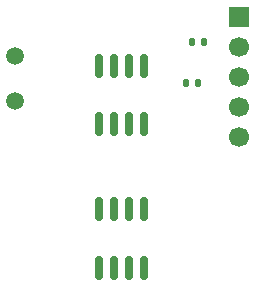
<source format=gbr>
G04 #@! TF.GenerationSoftware,KiCad,Pcbnew,9.0.1*
G04 #@! TF.CreationDate,2026-02-12T23:06:57+05:30*
G04 #@! TF.ProjectId,project1,70726f6a-6563-4743-912e-6b696361645f,rev?*
G04 #@! TF.SameCoordinates,Original*
G04 #@! TF.FileFunction,Soldermask,Top*
G04 #@! TF.FilePolarity,Negative*
%FSLAX46Y46*%
G04 Gerber Fmt 4.6, Leading zero omitted, Abs format (unit mm)*
G04 Created by KiCad (PCBNEW 9.0.1) date 2026-02-12 23:06:57*
%MOMM*%
%LPD*%
G01*
G04 APERTURE LIST*
G04 Aperture macros list*
%AMRoundRect*
0 Rectangle with rounded corners*
0 $1 Rounding radius*
0 $2 $3 $4 $5 $6 $7 $8 $9 X,Y pos of 4 corners*
0 Add a 4 corners polygon primitive as box body*
4,1,4,$2,$3,$4,$5,$6,$7,$8,$9,$2,$3,0*
0 Add four circle primitives for the rounded corners*
1,1,$1+$1,$2,$3*
1,1,$1+$1,$4,$5*
1,1,$1+$1,$6,$7*
1,1,$1+$1,$8,$9*
0 Add four rect primitives between the rounded corners*
20,1,$1+$1,$2,$3,$4,$5,0*
20,1,$1+$1,$4,$5,$6,$7,0*
20,1,$1+$1,$6,$7,$8,$9,0*
20,1,$1+$1,$8,$9,$2,$3,0*%
G04 Aperture macros list end*
%ADD10RoundRect,0.150000X-0.150000X0.825000X-0.150000X-0.825000X0.150000X-0.825000X0.150000X0.825000X0*%
%ADD11C,1.500000*%
%ADD12RoundRect,0.135000X0.135000X0.185000X-0.135000X0.185000X-0.135000X-0.185000X0.135000X-0.185000X0*%
%ADD13R,1.700000X1.700000*%
%ADD14C,1.700000*%
%ADD15RoundRect,0.135000X-0.135000X-0.185000X0.135000X-0.185000X0.135000X0.185000X-0.135000X0.185000X0*%
G04 APERTURE END LIST*
D10*
X150331000Y-108919000D03*
X149061000Y-108919000D03*
X147791000Y-108919000D03*
X146521000Y-108919000D03*
X146521000Y-113869000D03*
X147791000Y-113869000D03*
X149061000Y-113869000D03*
X150331000Y-113869000D03*
D11*
X139441000Y-99759000D03*
X139441000Y-95959000D03*
D10*
X150356000Y-96784000D03*
X149086000Y-96784000D03*
X147816000Y-96784000D03*
X146546000Y-96784000D03*
X146546000Y-101734000D03*
X147816000Y-101734000D03*
X149086000Y-101734000D03*
X150356000Y-101734000D03*
D12*
X154961000Y-98259000D03*
X153941000Y-98259000D03*
D13*
X158441000Y-92639000D03*
D14*
X158441000Y-95179000D03*
X158441000Y-97719000D03*
X158441000Y-100259000D03*
X158441000Y-102799000D03*
D15*
X154431000Y-94759000D03*
X155451000Y-94759000D03*
M02*

</source>
